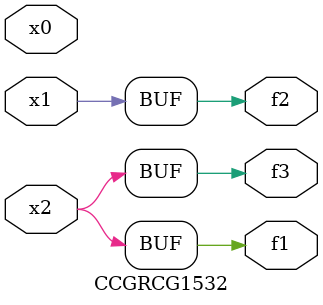
<source format=v>
module CCGRCG1532(
	input x0, x1, x2,
	output f1, f2, f3
);
	assign f1 = x2;
	assign f2 = x1;
	assign f3 = x2;
endmodule

</source>
